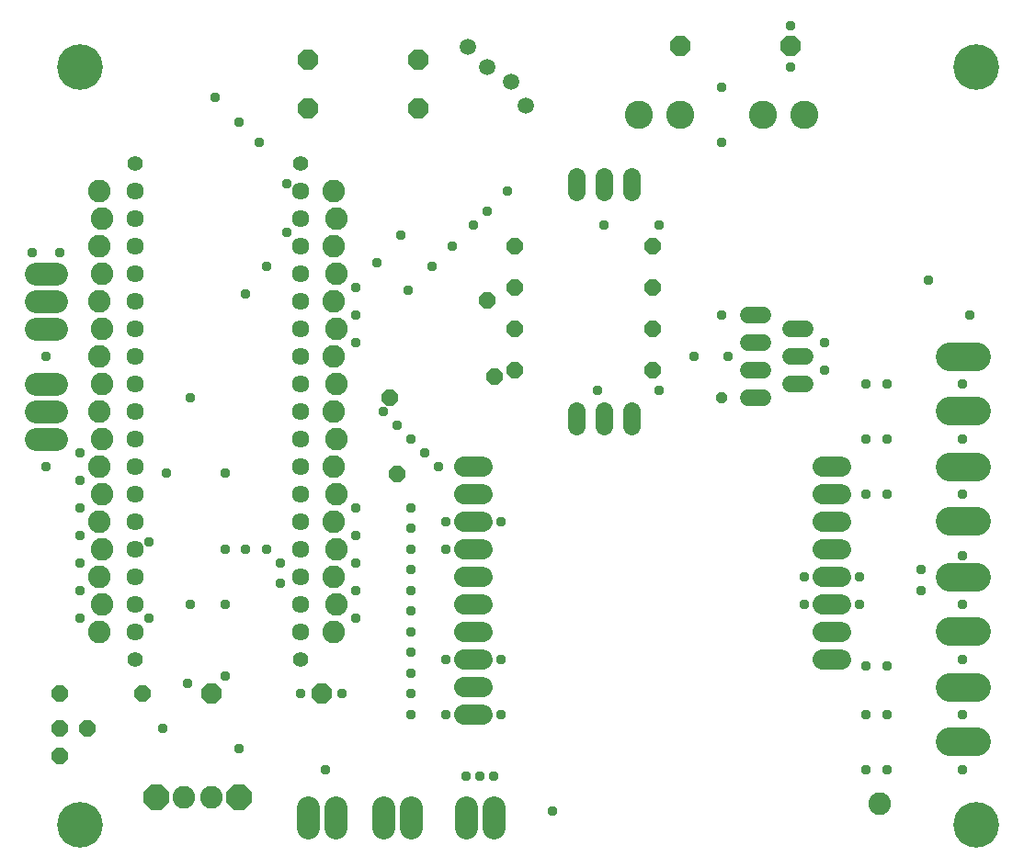
<source format=gbr>
G04 EAGLE Gerber RS-274X export*
G75*
%MOMM*%
%FSLAX34Y34*%
%LPD*%
%INSoldermask Top*%
%IPPOS*%
%AMOC8*
5,1,8,0,0,1.08239X$1,22.5*%
G01*
%ADD10C,4.203200*%
%ADD11C,1.511200*%
%ADD12P,1.649562X8X22.500000*%
%ADD13C,2.603200*%
%ADD14C,1.851700*%
%ADD15C,1.611200*%
%ADD16C,1.403200*%
%ADD17P,2.034460X8X22.500000*%
%ADD18C,2.082800*%
%ADD19P,1.649562X8X247.500000*%
%ADD20P,1.649562X8X67.500000*%
%ADD21C,2.082800*%
%ADD22C,2.603200*%
%ADD23C,1.511200*%
%ADD24P,2.034460X8X202.500000*%
%ADD25C,1.625600*%
%ADD26P,2.556822X8X22.500000*%
%ADD27P,1.649562X8X202.500000*%
%ADD28P,1.038661X8X22.500000*%
%ADD29C,0.959600*%


D10*
X63500Y762000D03*
X889000Y762000D03*
X889000Y63500D03*
X63500Y63500D03*
D11*
X678710Y457200D02*
X691790Y457200D01*
X717710Y469900D02*
X730790Y469900D01*
X691790Y482600D02*
X678710Y482600D01*
X717710Y495300D02*
X730790Y495300D01*
X691790Y508000D02*
X678710Y508000D01*
X717710Y520700D02*
X730790Y520700D01*
X691790Y533400D02*
X678710Y533400D01*
D12*
X463550Y520700D03*
X590550Y520700D03*
X463550Y558800D03*
X590550Y558800D03*
D13*
X864300Y444900D02*
X888300Y444900D01*
X888300Y494900D02*
X864300Y494900D01*
X864300Y343300D02*
X888300Y343300D01*
X888300Y393300D02*
X864300Y393300D01*
D14*
X433693Y393700D02*
X417208Y393700D01*
X417208Y368300D02*
X433693Y368300D01*
X433693Y342900D02*
X417208Y342900D01*
X417208Y317500D02*
X433693Y317500D01*
X433693Y292100D02*
X417208Y292100D01*
X417208Y266700D02*
X433693Y266700D01*
X433693Y241300D02*
X417208Y241300D01*
X417208Y215900D02*
X433693Y215900D01*
X433693Y190500D02*
X417208Y190500D01*
X417208Y165100D02*
X433693Y165100D01*
X747408Y215900D02*
X763893Y215900D01*
X763893Y241300D02*
X747408Y241300D01*
X747408Y266700D02*
X763893Y266700D01*
X763893Y292100D02*
X747408Y292100D01*
X747408Y317500D02*
X763893Y317500D01*
X763893Y342900D02*
X747408Y342900D01*
X747408Y368300D02*
X763893Y368300D01*
X763893Y393700D02*
X747408Y393700D01*
D15*
X266700Y647700D03*
X266700Y622300D03*
X266700Y596900D03*
X266700Y571500D03*
X266700Y546100D03*
X266700Y520700D03*
X266700Y495300D03*
X266700Y469900D03*
X266700Y444500D03*
X266700Y419100D03*
X266700Y393700D03*
X266700Y368300D03*
X266700Y342900D03*
X266700Y317500D03*
X266700Y292100D03*
X266700Y266700D03*
X266700Y241300D03*
X114300Y647700D03*
X114300Y622300D03*
X114300Y596900D03*
X114300Y571500D03*
X114300Y546100D03*
X114300Y520700D03*
X114300Y495300D03*
X114300Y469900D03*
X114300Y444500D03*
X114300Y419100D03*
X114300Y393700D03*
X114300Y368300D03*
X114300Y342900D03*
X114300Y317500D03*
X114300Y292100D03*
X114300Y266700D03*
X114300Y241300D03*
D16*
X266700Y673100D03*
X114300Y673100D03*
X266700Y215900D03*
X114300Y215900D03*
D12*
X463550Y482600D03*
X590550Y482600D03*
X463550Y596900D03*
X590550Y596900D03*
D13*
X864300Y241700D02*
X888300Y241700D01*
X888300Y291700D02*
X864300Y291700D01*
X864300Y140100D02*
X888300Y140100D01*
X888300Y190100D02*
X864300Y190100D01*
D17*
X184150Y184150D03*
X285750Y184150D03*
D18*
X41148Y571500D02*
X22352Y571500D01*
X22352Y546100D02*
X41148Y546100D01*
X41148Y520700D02*
X22352Y520700D01*
X298450Y79248D02*
X298450Y60452D01*
X273050Y60452D02*
X273050Y79248D01*
X342900Y79248D02*
X342900Y60452D01*
X368300Y60452D02*
X368300Y79248D01*
X419100Y79248D02*
X419100Y60452D01*
X444500Y60452D02*
X444500Y79248D01*
X41148Y469900D02*
X22352Y469900D01*
X22352Y444500D02*
X41148Y444500D01*
X41148Y419100D02*
X22352Y419100D01*
D19*
X444951Y476701D03*
X355149Y386899D03*
D20*
X348799Y456749D03*
X438601Y546551D03*
D21*
X800100Y82550D03*
D22*
X730250Y717550D03*
X692150Y717550D03*
X615950Y717550D03*
X577850Y717550D03*
D21*
X297180Y241300D03*
X299720Y266700D03*
X297180Y292100D03*
X299720Y317500D03*
X297180Y342900D03*
X299720Y368300D03*
X297180Y393700D03*
X299720Y419100D03*
X297180Y444500D03*
X299720Y469900D03*
X297180Y495300D03*
X299720Y520700D03*
X297180Y546100D03*
X299720Y571500D03*
X297180Y596900D03*
X299720Y622300D03*
X297180Y647700D03*
X81280Y495300D03*
X83820Y520700D03*
X81280Y546100D03*
X83820Y571500D03*
X81280Y596900D03*
X83820Y622300D03*
X81280Y647700D03*
X81280Y241300D03*
X83820Y266700D03*
X81280Y292100D03*
X83820Y317500D03*
X81280Y342900D03*
X83820Y368300D03*
X81280Y393700D03*
X83820Y419100D03*
X81280Y444500D03*
X83820Y469900D03*
D23*
X474071Y726079D03*
X460601Y748530D03*
X420189Y779961D03*
X438150Y762000D03*
D17*
X273050Y723900D03*
X374650Y723900D03*
X273050Y768350D03*
X374650Y768350D03*
D24*
X717550Y781050D03*
X615950Y781050D03*
D25*
X520700Y661162D02*
X520700Y646938D01*
X546100Y646938D02*
X546100Y661162D01*
X571500Y661162D02*
X571500Y646938D01*
X520700Y445262D02*
X520700Y431038D01*
X546100Y431038D02*
X546100Y445262D01*
X571500Y445262D02*
X571500Y431038D01*
D26*
X133350Y88900D03*
X209550Y88900D03*
D21*
X158750Y88900D03*
X184150Y88900D03*
D27*
X69850Y152400D03*
X44450Y152400D03*
X44450Y127000D03*
X120650Y184150D03*
X44450Y184150D03*
D28*
X654050Y457200D03*
D29*
X450850Y342900D03*
X654050Y533400D03*
X368300Y184150D03*
X368300Y203200D03*
X368300Y222250D03*
X368300Y260350D03*
X368300Y279400D03*
X368300Y298450D03*
X368300Y336550D03*
X368300Y355600D03*
X127000Y254000D03*
X400050Y342900D03*
X393700Y393700D03*
X355600Y431800D03*
X19050Y590550D03*
X44450Y590550D03*
X63500Y330200D03*
X127000Y323850D03*
X266700Y184150D03*
X288925Y114300D03*
X209550Y133350D03*
X419100Y107950D03*
X431800Y107950D03*
X444500Y107950D03*
X498475Y76200D03*
X730250Y266700D03*
X730250Y292100D03*
X781050Y266700D03*
X781050Y292100D03*
X368300Y241300D03*
X400050Y165100D03*
X450850Y165100D03*
X450850Y215900D03*
X400050Y215900D03*
X787400Y419100D03*
X806450Y419100D03*
X787400Y368300D03*
X806450Y368300D03*
X838200Y298450D03*
X876300Y311150D03*
X876300Y266700D03*
X838200Y279400D03*
X787400Y209550D03*
X806450Y209550D03*
X806450Y469900D03*
X787400Y469900D03*
X787400Y165100D03*
X806450Y165100D03*
X142875Y387350D03*
X787400Y114300D03*
X806450Y114300D03*
X196850Y387350D03*
X247650Y285750D03*
X247650Y304800D03*
X215900Y317500D03*
X196850Y317500D03*
X304800Y184150D03*
X161925Y193675D03*
X628650Y495300D03*
X660400Y495300D03*
X749300Y508000D03*
X749300Y482600D03*
X844550Y565150D03*
X882650Y533400D03*
X717550Y800100D03*
X654050Y692150D03*
X196850Y266700D03*
X368300Y165100D03*
X234950Y317500D03*
X368300Y317500D03*
X368300Y419100D03*
X381000Y406400D03*
X342900Y444500D03*
X400050Y317500D03*
X654050Y742950D03*
X717550Y762000D03*
X876300Y419100D03*
X876300Y368300D03*
X876300Y215900D03*
X876300Y165100D03*
X876300Y114300D03*
X876300Y469900D03*
X406400Y596900D03*
X387350Y577850D03*
X365125Y555625D03*
X425450Y615950D03*
X438150Y628650D03*
X457200Y647700D03*
X317500Y508000D03*
X317500Y533400D03*
X317500Y558800D03*
X336550Y581025D03*
X358775Y606425D03*
X63500Y406400D03*
X63500Y381000D03*
X63500Y355600D03*
X63500Y304800D03*
X63500Y279400D03*
X63500Y254000D03*
X317500Y355600D03*
X317500Y330200D03*
X317500Y304800D03*
X317500Y279400D03*
X317500Y254000D03*
X31750Y495300D03*
X196850Y200025D03*
X31750Y393700D03*
X546100Y615950D03*
X596900Y615950D03*
X539750Y463550D03*
X596900Y463550D03*
X139700Y152400D03*
X254000Y609600D03*
X234950Y577850D03*
X215900Y552450D03*
X228600Y692150D03*
X209550Y711200D03*
X187325Y733425D03*
X254000Y654050D03*
X165100Y266700D03*
X165100Y457200D03*
M02*

</source>
